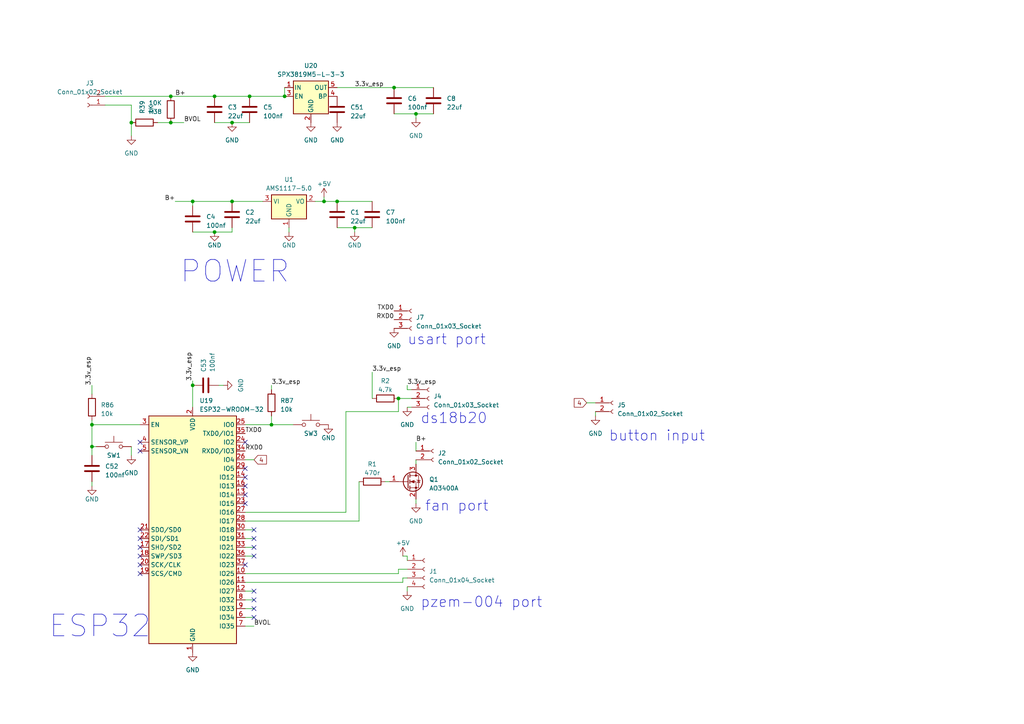
<source format=kicad_sch>
(kicad_sch (version 20230121) (generator eeschema)
  (paper "A4")
  (lib_symbols
    (symbol "Connector:Conn_01x02_Socket" (pin_names (offset 1.016) hide)
      (property "Reference" "J" (at 0 2.54 0))
      (property "Value" "Conn_01x02_Socket" (at 0 -5.08 0))
      (symbol "Conn_01x02_Socket_1_1"
        (arc (start 0 -2.032) (mid -0.5058 -2.54) (end 0 -3.048) (stroke (width 0.1524)))
        (polyline (pts (xy -1.27 -2.54) (xy -0.508 -2.54)) (stroke (width 0.1524)))
        (polyline (pts (xy -1.27 0) (xy -0.508 0)) (stroke (width 0.1524)))
        (arc (start 0 0.508) (mid -0.5058 0) (end 0 -0.508) (stroke (width 0.1524)))
        (pin passive line (at -5.08 0 0) (length 3.81) (name "Pin_1") (number "1"))
        (pin passive line (at -5.08 -2.54 0) (length 3.81) (name "Pin_2") (number "2"))
      )
    )
    (symbol "Connector:Conn_01x03_Socket" (pin_names (offset 1.016) hide)
      (property "Reference" "J" (at 0 5.08 0))
      (property "Value" "Conn_01x03_Socket" (at 0 -5.08 0))
      (symbol "Conn_01x03_Socket_1_1"
        (arc (start 0 -2.032) (mid -0.5058 -2.54) (end 0 -3.048) (stroke (width 0.1524)))
        (polyline (pts (xy -1.27 -2.54) (xy -0.508 -2.54)) (stroke (width 0.1524)))
        (polyline (pts (xy -1.27 0) (xy -0.508 0)) (stroke (width 0.1524)))
        (polyline (pts (xy -1.27 2.54) (xy -0.508 2.54)) (stroke (width 0.1524)))
        (arc (start 0 0.508) (mid -0.5058 0) (end 0 -0.508) (stroke (width 0.1524)))
        (arc (start 0 3.048) (mid -0.5058 2.54) (end 0 2.032) (stroke (width 0.1524)))
        (pin passive line (at -5.08 2.54 0) (length 3.81) (name "Pin_1") (number "1"))
        (pin passive line (at -5.08 0 0) (length 3.81) (name "Pin_2") (number "2"))
        (pin passive line (at -5.08 -2.54 0) (length 3.81) (name "Pin_3") (number "3"))
      )
    )
    (symbol "Connector:Conn_01x04_Socket" (pin_names (offset 1.016) hide)
      (property "Reference" "J" (at 0 5.08 0))
      (property "Value" "Conn_01x04_Socket" (at 0 -7.62 0))
      (symbol "Conn_01x04_Socket_1_1"
        (arc (start 0 -4.572) (mid -0.5058 -5.08) (end 0 -5.588) (stroke (width 0.1524)))
        (arc (start 0 -2.032) (mid -0.5058 -2.54) (end 0 -3.048) (stroke (width 0.1524)))
        (polyline (pts (xy -1.27 -5.08) (xy -0.508 -5.08)) (stroke (width 0.1524)))
        (polyline (pts (xy -1.27 -2.54) (xy -0.508 -2.54)) (stroke (width 0.1524)))
        (polyline (pts (xy -1.27 0) (xy -0.508 0)) (stroke (width 0.1524)))
        (polyline (pts (xy -1.27 2.54) (xy -0.508 2.54)) (stroke (width 0.1524)))
        (arc (start 0 0.508) (mid -0.5058 0) (end 0 -0.508) (stroke (width 0.1524)))
        (arc (start 0 3.048) (mid -0.5058 2.54) (end 0 2.032) (stroke (width 0.1524)))
        (pin passive line (at -5.08 2.54 0) (length 3.81) (name "Pin_1") (number "1"))
        (pin passive line (at -5.08 0 0) (length 3.81) (name "Pin_2") (number "2"))
        (pin passive line (at -5.08 -2.54 0) (length 3.81) (name "Pin_3") (number "3"))
        (pin passive line (at -5.08 -5.08 0) (length 3.81) (name "Pin_4") (number "4"))
      )
    )
    (symbol "Device:C" (pin_numbers hide) (pin_names (offset 0.254))
      (property "Reference" "C" (at 0.635 2.54 0))
      (property "Value" "C" (at 0.635 -2.54 0))
      (symbol "C_0_1"
        (polyline (pts (xy -2.032 -0.762) (xy 2.032 -0.762)) (stroke (width 0.508)))
        (polyline (pts (xy -2.032 0.762) (xy 2.032 0.762)) (stroke (width 0.508)))
      )
      (symbol "C_1_1"
        (pin passive line (at 0 3.81 270) (length 2.794) (name "~") (number "1"))
        (pin passive line (at 0 -3.81 90) (length 2.794) (name "~") (number "2"))
      )
    )
    (symbol "Device:R" (pin_numbers hide) (pin_names (offset 0))
      (property "Reference" "R" (at 2.032 0 90))
      (property "Value" "R" (at 0 0 90))
      (symbol "R_0_1"
        (rectangle (start -1.016 -2.54) (end 1.016 2.54) (stroke (width 0.254)))
      )
      (symbol "R_1_1"
        (pin passive line (at 0 3.81 270) (length 1.27) (name "~") (number "1"))
        (pin passive line (at 0 -3.81 90) (length 1.27) (name "~") (number "2"))
      )
    )
    (symbol "RF_Module:ESP32-WROOM-32"
      (property "Reference" "U" (at -12.7 34.29 0))
      (property "Value" "ESP32-WROOM-32" (at 1.27 34.29 0))
      (symbol "ESP32-WROOM-32_0_1"
        (rectangle (start -12.7 33.02) (end 12.7 -33.02) (stroke (width 0.254)) (fill (type background)))
      )
      (symbol "ESP32-WROOM-32_1_1"
        (pin power_in line (at 0 -35.56 90) (length 2.54) (name "GND") (number "1"))
        (pin bidirectional line (at 15.24 -12.7 180) (length 2.54) (name "IO25") (number "10"))
        (pin bidirectional line (at 15.24 -15.24 180) (length 2.54) (name "IO26") (number "11"))
        (pin bidirectional line (at 15.24 -17.78 180) (length 2.54) (name "IO27") (number "12"))
        (pin bidirectional line (at 15.24 10.16 180) (length 2.54) (name "IO14") (number "13"))
        (pin bidirectional line (at 15.24 15.24 180) (length 2.54) (name "IO12") (number "14"))
        (pin passive line (at 0 -35.56 90) (length 2.54) hide (name "GND") (number "15"))
        (pin bidirectional line (at 15.24 12.7 180) (length 2.54) (name "IO13") (number "16"))
        (pin bidirectional line (at -15.24 -5.08 0) (length 2.54) (name "SHD/SD2") (number "17"))
        (pin bidirectional line (at -15.24 -7.62 0) (length 2.54) (name "SWP/SD3") (number "18"))
        (pin bidirectional line (at -15.24 -12.7 0) (length 2.54) (name "SCS/CMD") (number "19"))
        (pin power_in line (at 0 35.56 270) (length 2.54) (name "VDD") (number "2"))
        (pin bidirectional line (at -15.24 -10.16 0) (length 2.54) (name "SCK/CLK") (number "20"))
        (pin bidirectional line (at -15.24 0 0) (length 2.54) (name "SDO/SD0") (number "21"))
        (pin bidirectional line (at -15.24 -2.54 0) (length 2.54) (name "SDI/SD1") (number "22"))
        (pin bidirectional line (at 15.24 7.62 180) (length 2.54) (name "IO15") (number "23"))
        (pin bidirectional line (at 15.24 25.4 180) (length 2.54) (name "IO2") (number "24"))
        (pin bidirectional line (at 15.24 30.48 180) (length 2.54) (name "IO0") (number "25"))
        (pin bidirectional line (at 15.24 20.32 180) (length 2.54) (name "IO4") (number "26"))
        (pin bidirectional line (at 15.24 5.08 180) (length 2.54) (name "IO16") (number "27"))
        (pin bidirectional line (at 15.24 2.54 180) (length 2.54) (name "IO17") (number "28"))
        (pin bidirectional line (at 15.24 17.78 180) (length 2.54) (name "IO5") (number "29"))
        (pin input line (at -15.24 30.48 0) (length 2.54) (name "EN") (number "3"))
        (pin bidirectional line (at 15.24 0 180) (length 2.54) (name "IO18") (number "30"))
        (pin bidirectional line (at 15.24 -2.54 180) (length 2.54) (name "IO19") (number "31"))
        (pin no_connect line (at -12.7 -27.94 0) (length 2.54) hide (name "NC") (number "32"))
        (pin bidirectional line (at 15.24 -5.08 180) (length 2.54) (name "IO21") (number "33"))
        (pin bidirectional line (at 15.24 22.86 180) (length 2.54) (name "RXD0/IO3") (number "34"))
        (pin bidirectional line (at 15.24 27.94 180) (length 2.54) (name "TXD0/IO1") (number "35"))
        (pin bidirectional line (at 15.24 -7.62 180) (length 2.54) (name "IO22") (number "36"))
        (pin bidirectional line (at 15.24 -10.16 180) (length 2.54) (name "IO23") (number "37"))
        (pin passive line (at 0 -35.56 90) (length 2.54) hide (name "GND") (number "38"))
        (pin passive line (at 0 -35.56 90) (length 2.54) hide (name "GND") (number "39"))
        (pin input line (at -15.24 25.4 0) (length 2.54) (name "SENSOR_VP") (number "4"))
        (pin input line (at -15.24 22.86 0) (length 2.54) (name "SENSOR_VN") (number "5"))
        (pin input line (at 15.24 -25.4 180) (length 2.54) (name "IO34") (number "6"))
        (pin input line (at 15.24 -27.94 180) (length 2.54) (name "IO35") (number "7"))
        (pin bidirectional line (at 15.24 -20.32 180) (length 2.54) (name "IO32") (number "8"))
        (pin bidirectional line (at 15.24 -22.86 180) (length 2.54) (name "IO33") (number "9"))
      )
    )
    (symbol "Regulator_Linear:AMS1117-5.0"
      (property "Reference" "U" (at -3.81 3.175 0))
      (property "Value" "AMS1117-5.0" (at 0 3.175 0))
      (symbol "AMS1117-5.0_0_1"
        (rectangle (start -5.08 -5.08) (end 5.08 1.905) (stroke (width 0.254)) (fill (type background)))
      )
      (symbol "AMS1117-5.0_1_1"
        (pin power_in line (at 0 -7.62 90) (length 2.54) (name "GND") (number "1"))
        (pin power_out line (at 7.62 0 180) (length 2.54) (name "VO") (number "2"))
        (pin power_in line (at -7.62 0 0) (length 2.54) (name "VI") (number "3"))
      )
    )
    (symbol "Regulator_Linear:SPX3819M5-L-3-3" (pin_names (offset 0.254))
      (property "Reference" "U" (at -3.81 5.715 0))
      (property "Value" "SPX3819M5-L-3-3" (at 0 5.715 0))
      (symbol "SPX3819M5-L-3-3_0_1"
        (rectangle (start -5.08 4.445) (end 5.08 -5.08) (stroke (width 0.254)) (fill (type background)))
      )
      (symbol "SPX3819M5-L-3-3_1_1"
        (pin power_in line (at -7.62 2.54 0) (length 2.54) (name "IN") (number "1"))
        (pin power_in line (at 0 -7.62 90) (length 2.54) (name "GND") (number "2"))
        (pin input line (at -7.62 0 0) (length 2.54) (name "EN") (number "3"))
        (pin input line (at 7.62 0 180) (length 2.54) (name "BP") (number "4"))
        (pin power_out line (at 7.62 2.54 180) (length 2.54) (name "OUT") (number "5"))
      )
    )
    (symbol "Switch:SW_Push" (pin_numbers hide) (pin_names (offset 1.016) hide)
      (property "Reference" "SW" (at 1.27 2.54 0))
      (property "Value" "SW_Push" (at 0 -1.524 0))
      (symbol "SW_Push_0_1"
        (circle (center -2.032 0) (radius 0.508))
        (polyline (pts (xy 0 1.27) (xy 0 3.048)))
        (polyline (pts (xy 2.54 1.27) (xy -2.54 1.27)))
        (circle (center 2.032 0) (radius 0.508))
        (pin passive line (at -5.08 0 0) (length 2.54) (name "1") (number "1"))
        (pin passive line (at 5.08 0 180) (length 2.54) (name "2") (number "2"))
      )
    )
    (symbol "Transistor_FET:AO3400A" (pin_names hide)
      (property "Reference" "Q" (at 5.08 1.905 0))
      (property "Value" "AO3400A" (at 5.08 0 0))
      (symbol "AO3400A_0_1"
        (polyline (pts (xy 0.254 0) (xy -2.54 0)))
        (polyline (pts (xy 0.254 1.905) (xy 0.254 -1.905)) (stroke (width 0.254)))
        (polyline (pts (xy 0.762 -1.27) (xy 0.762 -2.286)) (stroke (width 0.254)))
        (polyline (pts (xy 0.762 0.508) (xy 0.762 -0.508)) (stroke (width 0.254)))
        (polyline (pts (xy 0.762 2.286) (xy 0.762 1.27)) (stroke (width 0.254)))
        (polyline (pts (xy 2.54 2.54) (xy 2.54 1.778)))
        (polyline (pts (xy 2.54 -2.54) (xy 2.54 0) (xy 0.762 0)))
        (polyline (pts (xy 0.762 -1.778) (xy 3.302 -1.778) (xy 3.302 1.778) (xy 0.762 1.778)))
        (polyline (pts (xy 1.016 0) (xy 2.032 0.381) (xy 2.032 -0.381) (xy 1.016 0)) (fill (type outline)))
        (polyline (pts (xy 2.794 0.508) (xy 2.921 0.381) (xy 3.683 0.381) (xy 3.81 0.254)))
        (polyline (pts (xy 3.302 0.381) (xy 2.921 -0.254) (xy 3.683 -0.254) (xy 3.302 0.381)))
        (circle (center 1.651 0) (radius 2.794) (stroke (width 0.254)))
        (circle (center 2.54 -1.778) (radius 0.254) (fill (type outline)))
        (circle (center 2.54 1.778) (radius 0.254) (fill (type outline)))
      )
      (symbol "AO3400A_1_1"
        (pin input line (at -5.08 0 0) (length 2.54) (name "G") (number "1"))
        (pin passive line (at 2.54 -5.08 90) (length 2.54) (name "S") (number "2"))
        (pin passive line (at 2.54 5.08 270) (length 2.54) (name "D") (number "3"))
      )
    )
    (symbol "power:+5V" (power) (pin_names (offset 0))
      (property "Value" "+5V" (at 0 3.556 0))
      (symbol "+5V_0_1"
        (polyline (pts (xy -0.762 1.27) (xy 0 2.54)))
        (polyline (pts (xy 0 0) (xy 0 2.54)))
        (polyline (pts (xy 0 2.54) (xy 0.762 1.27)))
      )
      (symbol "+5V_1_1"
        (pin power_in line (at 0 0 90) (length 0) hide (name "+5V") (number "1"))
      )
    )
    (symbol "power:GND" (power) (pin_names (offset 0))
      (property "Value" "GND" (at 0 -3.81 0))
      (symbol "GND_0_1"
        (polyline (pts (xy 0 0) (xy 0 -1.27) (xy 1.27 -1.27) (xy 0 -2.54) (xy -1.27 -1.27) (xy 0 -1.27)))
      )
      (symbol "GND_1_1"
        (pin power_in line (at 0 0 270) (length 0) hide (name "GND") (number "1"))
      )
    )
  )
  (junction (at 67.31 58.42))
  (junction (at 26.67 123.19))
  (junction (at 114.3 25.4))
  (junction (at 67.31 35.56))
  (junction (at 78.74 123.19))
  (junction (at 72.39 27.94))
  (junction (at 55.88 111.76))
  (junction (at 93.98 58.42))
  (junction (at 62.23 27.94))
  (junction (at 120.65 33.02))
  (junction (at 62.23 67.31))
  (junction (at 49.53 27.94))
  (junction (at 115.57 115.57))
  (junction (at 49.53 35.56))
  (junction (at 97.79 58.42))
  (junction (at 82.55 27.94))
  (junction (at 102.87 66.04))
  (junction (at 55.88 58.42))
  (junction (at 38.1 35.56))
  (junction (at 26.67 129.54))
  (no_connect (at 40.64 158.75))
  (no_connect (at 40.64 128.27))
  (no_connect (at 73.66 173.99))
  (no_connect (at 40.64 156.21))
  (no_connect (at 71.12 138.43))
  (no_connect (at 40.64 130.81))
  (no_connect (at 71.12 135.89))
  (no_connect (at 73.66 176.53))
  (no_connect (at 40.64 161.29))
  (no_connect (at 40.64 153.67))
  (no_connect (at 73.66 161.29))
  (no_connect (at 73.66 179.07))
  (no_connect (at 71.12 140.97))
  (no_connect (at 73.66 156.21))
  (no_connect (at 73.66 158.75))
  (no_connect (at 40.64 166.37))
  (no_connect (at 73.66 171.45))
  (no_connect (at 40.64 163.83))
  (no_connect (at 71.12 143.51))
  (no_connect (at 71.12 146.05))
  (no_connect (at 71.12 163.83))
  (no_connect (at 73.66 153.67))
  (no_connect (at 71.12 128.27))
  (wire (pts (xy 53.34 35.56) (xy 49.53 35.56)))
  (wire (pts (xy 73.66 179.07) (xy 71.12 179.07)))
  (wire (pts (xy 49.53 27.94) (xy 62.23 27.94)))
  (wire (pts (xy 49.53 35.56) (xy 45.72 35.56)))
  (wire (pts (xy 26.67 140.97) (xy 26.67 139.7)))
  (wire (pts (xy 72.39 27.94) (xy 82.55 27.94)))
  (wire (pts (xy 100.33 119.38) (xy 115.57 119.38)))
  (wire (pts (xy 73.66 173.99) (xy 71.12 173.99)))
  (wire (pts (xy 38.1 35.56) (xy 38.1 30.48)))
  (wire (pts (xy 114.3 25.4) (xy 125.73 25.4)))
  (wire (pts (xy 73.66 176.53) (xy 71.12 176.53)))
  (wire (pts (xy 118.11 171.45) (xy 118.11 170.18)))
  (wire (pts (xy 91.44 58.42) (xy 93.98 58.42)))
  (wire (pts (xy 50.8 58.42) (xy 55.88 58.42)))
  (wire (pts (xy 115.57 165.1) (xy 115.57 166.37)))
  (wire (pts (xy 116.84 161.29) (xy 118.11 161.29)))
  (wire (pts (xy 55.88 110.49) (xy 55.88 111.76)))
  (wire (pts (xy 71.12 123.19) (xy 78.74 123.19)))
  (wire (pts (xy 67.31 35.56) (xy 72.39 35.56)))
  (wire (pts (xy 120.65 128.27) (xy 120.65 130.81)))
  (wire (pts (xy 55.88 111.76) (xy 55.88 118.11)))
  (wire (pts (xy 62.23 27.94) (xy 72.39 27.94)))
  (wire (pts (xy 73.66 156.21) (xy 71.12 156.21)))
  (wire (pts (xy 104.14 151.13) (xy 71.12 151.13)))
  (wire (pts (xy 116.84 167.64) (xy 118.11 167.64)))
  (wire (pts (xy 73.66 171.45) (xy 71.12 171.45)))
  (wire (pts (xy 78.74 120.65) (xy 78.74 123.19)))
  (wire (pts (xy 63.5 111.76) (xy 64.77 111.76)))
  (wire (pts (xy 120.65 146.05) (xy 120.65 144.78)))
  (wire (pts (xy 26.67 114.3) (xy 26.67 111.76)))
  (wire (pts (xy 73.66 181.61) (xy 71.12 181.61)))
  (wire (pts (xy 26.67 123.19) (xy 26.67 129.54)))
  (wire (pts (xy 97.79 25.4) (xy 114.3 25.4)))
  (wire (pts (xy 73.66 158.75) (xy 71.12 158.75)))
  (wire (pts (xy 119.38 113.03) (xy 118.11 113.03)))
  (wire (pts (xy 38.1 39.37) (xy 38.1 35.56)))
  (wire (pts (xy 116.84 168.91) (xy 71.12 168.91)))
  (wire (pts (xy 114.3 33.02) (xy 120.65 33.02)))
  (wire (pts (xy 120.65 133.35) (xy 120.65 134.62)))
  (wire (pts (xy 38.1 30.48) (xy 30.48 30.48)))
  (wire (pts (xy 93.98 58.42) (xy 97.79 58.42)))
  (wire (pts (xy 55.88 67.31) (xy 62.23 67.31)))
  (wire (pts (xy 111.76 139.7) (xy 113.03 139.7)))
  (wire (pts (xy 120.65 33.02) (xy 120.65 34.29)))
  (wire (pts (xy 170.18 116.84) (xy 172.72 116.84)))
  (wire (pts (xy 26.67 121.92) (xy 26.67 123.19)))
  (wire (pts (xy 97.79 58.42) (xy 107.95 58.42)))
  (wire (pts (xy 120.65 33.02) (xy 125.73 33.02)))
  (wire (pts (xy 118.11 161.29) (xy 118.11 162.56)))
  (wire (pts (xy 85.09 123.19) (xy 78.74 123.19)))
  (wire (pts (xy 30.48 27.94) (xy 49.53 27.94)))
  (wire (pts (xy 172.72 119.38) (xy 172.72 120.65)))
  (wire (pts (xy 83.82 67.31) (xy 83.82 66.04)))
  (wire (pts (xy 115.57 115.57) (xy 119.38 115.57)))
  (wire (pts (xy 97.79 66.04) (xy 102.87 66.04)))
  (wire (pts (xy 26.67 129.54) (xy 26.67 132.08)))
  (wire (pts (xy 62.23 67.31) (xy 67.31 67.31)))
  (wire (pts (xy 104.14 139.7) (xy 104.14 151.13)))
  (wire (pts (xy 67.31 58.42) (xy 76.2 58.42)))
  (wire (pts (xy 38.1 132.08) (xy 38.1 129.54)))
  (wire (pts (xy 107.95 107.95) (xy 107.95 115.57)))
  (wire (pts (xy 115.57 115.57) (xy 115.57 119.38)))
  (wire (pts (xy 73.66 161.29) (xy 71.12 161.29)))
  (wire (pts (xy 102.87 66.04) (xy 107.95 66.04)))
  (wire (pts (xy 67.31 67.31) (xy 67.31 66.04)))
  (wire (pts (xy 62.23 35.56) (xy 67.31 35.56)))
  (wire (pts (xy 115.57 166.37) (xy 71.12 166.37)))
  (wire (pts (xy 93.98 58.42) (xy 93.98 57.15)))
  (wire (pts (xy 55.88 58.42) (xy 67.31 58.42)))
  (wire (pts (xy 40.64 123.19) (xy 26.67 123.19)))
  (wire (pts (xy 27.94 129.54) (xy 26.67 129.54)))
  (wire (pts (xy 73.66 153.67) (xy 71.12 153.67)))
  (wire (pts (xy 118.11 118.11) (xy 119.38 118.11)))
  (wire (pts (xy 55.88 59.69) (xy 55.88 58.42)))
  (wire (pts (xy 71.12 148.59) (xy 100.33 148.59)))
  (wire (pts (xy 78.74 111.76) (xy 78.74 113.03)))
  (wire (pts (xy 100.33 148.59) (xy 100.33 119.38)))
  (wire (pts (xy 116.84 167.64) (xy 116.84 168.91)))
  (wire (pts (xy 82.55 25.4) (xy 82.55 27.94)))
  (wire (pts (xy 118.11 113.03) (xy 118.11 111.76)))
  (wire (pts (xy 115.57 165.1) (xy 118.11 165.1)))
  (wire (pts (xy 73.66 133.35) (xy 71.12 133.35)))
  (wire (pts (xy 102.87 67.31) (xy 102.87 66.04)))
  (text "ESP32" (at 13.97 185.42 0) (effects (font (size 6.27 6.27)) (justify left bottom)))
  (text "ds18b20\n" (at 121.92 123.19 0) (effects (font (size 3 3)) (justify left bottom)))
  (text "usart port" (at 118.11 100.33 0) (effects (font (size 3 3)) (justify left bottom)))
  (text "button input\n" (at 176.53 128.27 0) (effects (font (size 3 3)) (justify left bottom)))
  (text "fan port\n" (at 123.19 148.59 0) (effects (font (size 3 3)) (justify left bottom)))
  (text "POWER\n" (at 52.07 82.55 0) (effects (font (size 6.27 6.27)) (justify left bottom)))
  (text "pzem-004 port" (at 121.92 176.53 0) (effects (font (size 3 3)) (justify left bottom)))
  (label "RXD0" (at 71.12 130.81 0))
  (label "TXD0" (at 114.3 90.17 180))
  (label "RXD0" (at 114.3 92.71 180))
  (label "B+" (at 50.8 58.42 180))
  (label "3.3v_esp" (at 26.67 111.76 90))
  (label "BVOL" (at 53.34 35.56 0))
  (label "B+" (at 50.8 27.94 0))
  (label "3.3v_esp" (at 107.95 107.95 0))
  (label "BVOL" (at 73.66 181.61 0))
  (label "B+" (at 120.65 128.27 0))
  (label "3.3v_esp" (at 55.88 110.49 90))
  (label "3.3v_esp" (at 118.11 111.76 0))
  (label "3.3v_esp" (at 102.87 25.4 0))
  (label "TXD0" (at 71.12 125.73 0))
  (label "3.3v_esp" (at 78.74 111.76 0))
  (global_label "4" (shape input) (at 170.18 116.84 180) (property "Intersheetrefs" "${INTERSHEET_REFS}" (effects hide)))
  (global_label "4" (shape input) (at 73.66 133.35 0) (property "Intersheetrefs" "${INTERSHEET_REFS}" (effects hide)))
  (symbol (lib_id "Device:C") (at 67.31 62.23 180) (unit 1)
    (property "Reference" "C2" (at 71.12 61.595 0) (effects (justify right)))
    (property "Value" "22uf" (at 71.12 64.135 0) (effects (justify right)))
    (property "Footprint" "Capacitor_SMD:C_0603_1608Metric" (effects hide))
  )
  (symbol (lib_id "power:GND") (at 102.87 67.31 0) (unit 1)
    (property "Reference" "#PWR02" (effects hide))
    (property "Value" "GND" (at 102.87 71.12 0))
  )
  (symbol (lib_id "Device:C") (at 125.73 29.21 180) (unit 1)
    (property "Reference" "C8" (at 129.54 28.575 0) (effects (justify right)))
    (property "Value" "22uf" (at 129.54 31.115 0) (effects (justify right)))
    (property "Footprint" "Capacitor_SMD:C_0603_1608Metric" (effects hide))
  )
  (symbol (lib_id "Device:C") (at 55.88 63.5 180) (unit 1)
    (property "Reference" "C4" (at 59.803 62.865 0) (effects (justify right)))
    (property "Value" "100nf" (at 59.803 65.405 0) (effects (justify right)))
    (property "Footprint" "Capacitor_SMD:C_0603_1608Metric" (effects hide))
  )
  (symbol (lib_id "Device:C") (at 72.39 31.75 180) (unit 1)
    (property "Reference" "C5" (at 76.313 31.115 0) (effects (justify right)))
    (property "Value" "100nf" (at 76.313 33.655 0) (effects (justify right)))
    (property "Footprint" "Capacitor_SMD:C_0603_1608Metric" (effects hide))
  )
  (symbol (lib_id "Device:C") (at 107.95 62.23 180) (unit 1)
    (property "Reference" "C7" (at 111.873 61.595 0) (effects (justify right)))
    (property "Value" "100nf" (at 111.873 64.135 0) (effects (justify right)))
    (property "Footprint" "Capacitor_SMD:C_0603_1608Metric" (effects hide))
  )
  (symbol (lib_id "Device:R") (at 41.91 35.56 90) (unit 1)
    (property "Reference" "R39" (at 41.275 33.02 0) (effects (justify left)))
    (property "Value" "1K" (at 43.815 33.02 0) (effects (justify left)))
    (property "Footprint" "Resistor_SMD:R_0603_1608Metric" (effects hide))
  )
  (symbol (lib_id "power:GND") (at 55.88 189.23 0) (unit 1)
    (property "Reference" "#PWR088" (effects hide))
    (property "Value" "GND" (at 55.88 194.31 0))
  )
  (symbol (lib_id "power:GND") (at 118.11 171.45 0) (unit 1)
    (property "Reference" "#PWR05" (effects hide))
    (property "Value" "GND" (at 118.11 176.53 0))
  )
  (symbol (lib_id "power:GND") (at 26.67 140.97 0) (unit 1)
    (property "Reference" "#PWR091" (effects hide))
    (property "Value" "GND" (at 26.67 144.78 0))
  )
  (symbol (lib_id "Connector:Conn_01x02_Socket") (at 125.73 130.81 0) (unit 1)
    (property "Reference" "J2" (at 127 131.445 0) (effects (justify left)))
    (property "Value" "Conn_01x02_Socket" (at 127 133.985 0) (effects (justify left)))
    (property "Footprint" "Connector_JST:JST_XA_B02B-XASK-1_1x02_P2.50mm_Vertical" (effects hide))
  )
  (symbol (lib_id "Device:C") (at 26.67 135.89 0) (unit 1)
    (property "Reference" "C52" (at 30.48 135.255 0) (effects (justify left)))
    (property "Value" "100nf" (at 30.48 137.795 0) (effects (justify left)))
    (property "Footprint" "Capacitor_SMD:C_0603_1608Metric" (effects hide))
  )
  (symbol (lib_id "power:+5V") (at 93.98 57.15 0) (unit 1)
    (property "Reference" "#PWR061" (effects hide))
    (property "Value" "+5V" (at 93.98 53.34 0))
  )
  (symbol (lib_id "power:GND") (at 38.1 39.37 0) (unit 1)
    (property "Reference" "#PWR072" (effects hide))
    (property "Value" "GND" (at 38.1 44.45 0))
  )
  (symbol (lib_id "power:GND") (at 67.31 35.56 0) (unit 1)
    (property "Reference" "#PWR04" (effects hide))
    (property "Value" "GND" (at 67.31 40.64 0))
  )
  (symbol (lib_id "power:GND") (at 120.65 146.05 0) (unit 1)
    (property "Reference" "#PWR07" (effects hide))
    (property "Value" "GND" (at 120.65 151.13 0))
  )
  (symbol (lib_id "power:GND") (at 62.23 67.31 0) (unit 1)
    (property "Reference" "#PWR01" (effects hide))
    (property "Value" "GND" (at 62.23 71.12 0))
  )
  (symbol (lib_id "Switch:SW_Push") (at 90.17 123.19 0) (unit 1)
    (property "Reference" "SW3" (at 90.17 125.73 0))
    (property "Value" "TS-1101-B-W" (effects hide))
    (property "Footprint" "footprints:Switch_Tactile_XKB-CONNECTIVITY_TS-1101-B-W" (effects hide))
    (property "Datasheet" "https://datasheet.lcsc.com/lcsc/2110111230_XKB-Connectivity-TS-1101-B-W_C500065.pdf" (effects hide))
    (property "MPN" "TS-1101-B-W" (effects hide))
    (property "LCSC PN" "C500065" (effects hide))
  )
  (symbol (lib_id "Device:R") (at 26.67 118.11 0) (unit 1)
    (property "Reference" "R86" (at 29.21 117.475 0) (effects (justify left)))
    (property "Value" "10k" (at 29.21 120.015 0) (effects (justify left)))
    (property "Footprint" "Resistor_SMD:R_0603_1608Metric" (effects hide))
  )
  (symbol (lib_id "power:GND") (at 90.17 35.56 0) (unit 1)
    (property "Reference" "#PWR089" (effects hide))
    (property "Value" "GND" (at 90.17 40.64 0))
  )
  (symbol (lib_id "Device:R") (at 111.76 115.57 90) (unit 1)
    (property "Reference" "R2" (at 111.76 110.49 90))
    (property "Value" "4.7k" (at 111.76 113.03 90))
    (property "Footprint" "Resistor_SMD:R_0603_1608Metric" (effects hide))
  )
  (symbol (lib_id "Connector:Conn_01x02_Socket") (at 177.8 116.84 0) (unit 1)
    (property "Reference" "J5" (at 179.07 117.475 0) (effects (justify left)))
    (property "Value" "Conn_01x02_Socket" (at 179.07 120.015 0) (effects (justify left)))
    (property "Footprint" "Connector_JST:JST_XA_B02B-XASK-1_1x02_P2.50mm_Vertical" (effects hide))
  )
  (symbol (lib_id "Device:C") (at 97.79 31.75 180) (unit 1)
    (property "Reference" "C51" (at 101.6 31.115 0) (effects (justify right)))
    (property "Value" "22uf" (at 101.6 33.655 0) (effects (justify right)))
    (property "Footprint" "Capacitor_SMD:C_0603_1608Metric" (effects hide))
  )
  (symbol (lib_id "power:GND") (at 95.25 123.19 0) (unit 1)
    (property "Reference" "#PWR093" (effects hide))
    (property "Value" "GND" (at 95.25 127 0))
  )
  (symbol (lib_id "power:GND") (at 97.79 35.56 0) (unit 1)
    (property "Reference" "#PWR090" (effects hide))
    (property "Value" "GND" (at 97.79 40.64 0))
  )
  (symbol (lib_id "Device:C") (at 114.3 29.21 180) (unit 1)
    (property "Reference" "C6" (at 118.223 28.575 0) (effects (justify right)))
    (property "Value" "100nf" (at 118.223 31.115 0) (effects (justify right)))
    (property "Footprint" "Capacitor_SMD:C_0603_1608Metric" (effects hide))
  )
  (symbol (lib_id "Connector:Conn_01x03_Socket") (at 119.38 92.71 0) (unit 1)
    (property "Reference" "J7" (at 120.65 92.075 0) (effects (justify left)))
    (property "Value" "Conn_01x03_Socket" (at 120.65 94.615 0) (effects (justify left)))
    (property "Footprint" "Connector_JST:JST_XA_B03B-XASK-1_1x03_P2.50mm_Vertical" (effects hide))
  )
  (symbol (lib_id "power:+5V") (at 116.84 161.29 0) (unit 1)
    (property "Reference" "#PWR06" (effects hide))
    (property "Value" "+5V" (at 116.84 157.48 0))
  )
  (symbol (lib_id "power:GND") (at 172.72 120.65 0) (unit 1)
    (property "Reference" "#PWR09" (effects hide))
    (property "Value" "GND" (at 172.72 125.73 0))
  )
  (symbol (lib_id "power:GND") (at 118.11 118.11 0) (unit 1)
    (property "Reference" "#PWR08" (effects hide))
    (property "Value" "GND" (at 118.11 123.19 0))
  )
  (symbol (lib_id "RF_Module:ESP32-WROOM-32") (at 55.88 153.67 0) (unit 1)
    (property "Reference" "U19" (at 57.8359 116.205 0) (effects (justify left)))
    (property "Value" "ESP32-WROOM-32" (at 57.8359 118.745 0) (effects (justify left)))
    (property "Footprint" "RF_Module:ESP32-WROOM-32" (effects hide))
    (property "Datasheet" "https://www.espressif.com/sites/default/files/documentation/esp32-wroom-32_datasheet_en.pdf" (effects hide))
  )
  (symbol (lib_id "Device:R") (at 78.74 116.84 0) (unit 1)
    (property "Reference" "R87" (at 81.28 116.205 0) (effects (justify left)))
    (property "Value" "10k" (at 81.28 118.745 0) (effects (justify left)))
    (property "Footprint" "Resistor_SMD:R_0603_1608Metric" (effects hide))
  )
  (symbol (lib_id "Device:R") (at 49.53 31.75 180) (unit 1)
    (property "Reference" "R38" (at 46.99 32.385 0) (effects (justify left)))
    (property "Value" "10K" (at 46.99 29.845 0) (effects (justify left)))
    (property "Footprint" "Resistor_SMD:R_0603_1608Metric" (effects hide))
  )
  (symbol (lib_id "Switch:SW_Push") (at 33.02 129.54 0) (unit 1)
    (property "Reference" "SW1" (at 33.02 132.08 0))
    (property "Value" "TS-1101-B-W" (effects hide))
    (property "Footprint" "footprints:Switch_Tactile_XKB-CONNECTIVITY_TS-1101-B-W" (effects hide))
    (property "Datasheet" "https://datasheet.lcsc.com/lcsc/2110111230_XKB-Connectivity-TS-1101-B-W_C500065.pdf" (effects hide))
    (property "MPN" "TS-1101-B-W" (effects hide))
    (property "LCSC PN" "C500065" (effects hide))
  )
  (symbol (lib_id "power:GND") (at 114.3 95.25 0) (unit 1)
    (property "Reference" "#PWR092" (effects hide))
    (property "Value" "GND" (at 114.3 100.33 0))
  )
  (symbol (lib_id "power:GND") (at 38.1 132.08 0) (unit 1)
    (property "Reference" "#PWR094" (effects hide))
    (property "Value" "GND" (at 38.1 137.16 0))
  )
  (symbol (lib_id "power:GND") (at 64.77 111.76 90) (unit 1)
    (property "Reference" "#PWR095" (effects hide))
    (property "Value" "GND" (at 69.85 111.76 0))
  )
  (symbol (lib_id "power:GND") (at 83.82 67.31 0) (unit 1)
    (property "Reference" "#PWR010" (effects hide))
    (property "Value" "GND" (at 83.82 71.12 0))
  )
  (symbol (lib_id "Regulator_Linear:AMS1117-5.0") (at 83.82 58.42 0) (unit 1)
    (property "Reference" "U1" (at 83.82 52.07 0))
    (property "Value" "AMS1117-5.0" (at 83.82 54.61 0))
    (property "Footprint" "Package_TO_SOT_SMD:SOT-223-3_TabPin2" (effects hide))
    (property "Datasheet" "http://www.advanced-monolithic.com/pdf/ds1117.pdf" (effects hide))
  )
  (symbol (lib_id "Regulator_Linear:SPX3819M5-L-3-3") (at 90.17 27.94 0) (unit 1)
    (property "Reference" "U20" (at 90.17 19.05 0))
    (property "Value" "SPX3819M5-L-3-3" (at 90.17 21.59 0))
    (property "Footprint" "Package_TO_SOT_SMD:SOT-23-5" (effects hide))
    (property "Datasheet" "https://www.exar.com/content/document.ashx?id=22106&languageid=1033&type=Datasheet&partnumber=SPX3819&filename=SPX3819.pdf&part=SPX3819" (effects hide))
  )
  (symbol (lib_id "Device:C") (at 97.79 62.23 180) (unit 1)
    (property "Reference" "C1" (at 101.6 61.595 0) (effects (justify right)))
    (property "Value" "22uf" (at 101.6 64.135 0) (effects (justify right)))
    (property "Footprint" "Capacitor_SMD:C_0603_1608Metric" (effects hide))
  )
  (symbol (lib_id "power:GND") (at 120.65 34.29 0) (unit 1)
    (property "Reference" "#PWR03" (effects hide))
    (property "Value" "GND" (at 120.65 39.37 0))
  )
  (symbol (lib_id "Connector:Conn_01x04_Socket") (at 123.19 165.1 0) (unit 1)
    (property "Reference" "J1" (at 124.46 165.735 0) (effects (justify left)))
    (property "Value" "Conn_01x04_Socket" (at 124.46 168.275 0) (effects (justify left)))
    (property "Footprint" "Connector_JST:JST_XA_B04B-XASK-1_1x04_P2.50mm_Vertical" (effects hide))
  )
  (symbol (lib_id "Connector:Conn_01x03_Socket") (at 124.46 115.57 0) (unit 1)
    (property "Reference" "J4" (at 125.73 114.935 0) (effects (justify left)))
    (property "Value" "Conn_01x03_Socket" (at 125.73 117.475 0) (effects (justify left)))
    (property "Footprint" "Connector_JST:JST_XA_B03B-XASK-1_1x03_P2.50mm_Vertical" (effects hide))
  )
  (symbol (lib_id "Transistor_FET:AO3400A") (at 118.11 139.7 0) (unit 1)
    (property "Reference" "Q1" (at 124.46 139.065 0) (effects (justify left)))
    (property "Value" "AO3400A" (at 124.46 141.605 0) (effects (justify left)))
    (property "Footprint" "Package_TO_SOT_SMD:SOT-23" (effects hide))
    (property "Datasheet" "http://www.aosmd.com/pdfs/datasheet/AO3400A.pdf" (effects hide))
  )
  (symbol (lib_id "Device:R") (at 107.95 139.7 90) (unit 1)
    (property "Reference" "R1" (at 107.95 134.62 90))
    (property "Value" "470r" (at 107.95 137.16 90))
    (property "Footprint" "Resistor_SMD:R_0603_1608Metric" (effects hide))
  )
  (symbol (lib_id "Device:C") (at 59.69 111.76 90) (unit 1)
    (property "Reference" "C53" (at 59.055 107.95 0) (effects (justify left)))
    (property "Value" "100nf" (at 61.595 107.95 0) (effects (justify left)))
    (property "Footprint" "Capacitor_SMD:C_0603_1608Metric" (effects hide))
  )
  (symbol (lib_id "Device:C") (at 62.23 31.75 180) (unit 1)
    (property "Reference" "C3" (at 66.04 31.115 0) (effects (justify right)))
    (property "Value" "22uf" (at 66.04 33.655 0) (effects (justify right)))
    (property "Footprint" "Capacitor_SMD:C_0603_1608Metric" (effects hide))
  )
  (symbol (lib_id "Connector:Conn_01x02_Socket") (at 25.4 30.48 180) (unit 1)
    (property "Reference" "J3" (at 26.035 24.13 0))
    (property "Value" "Conn_01x02_Socket" (at 26.035 26.67 0))
    (property "Footprint" "Connector_JST:JST_XA_B02B-XASK-1_1x02_P2.50mm_Vertical" (effects hide))
  )
)
</source>
